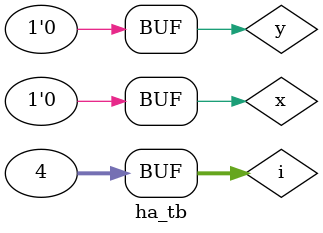
<source format=v>
module half_adder_gate(x,y,S,C);
  input x,y;
  output S,C;
  xor(S,x,y);
  and(C,x,y);
endmodule

module half_adder_df(x,y,S,C);
  input x,y;
  output S,C;
  assign S = x^y;
  assign C = x&y;
endmodule

module half_adder_beh(x,y,S,C);
  input x,y;
  output reg S,C;
  always @(x,y)
  begin
    {S,C}=(x+y);
  end
endmodule

module ha_tb;
 reg x,y;
 wire S,C;
 integer i;
 half_adder_beh HA(x,y,S,C);
 initial 
 begin
   for(i=2'b00;i<4;i=i+1)
   begin
     {x,y}=i;#10;
   end
   {x,y}=2'b00;
 end
 endmodule
</source>
